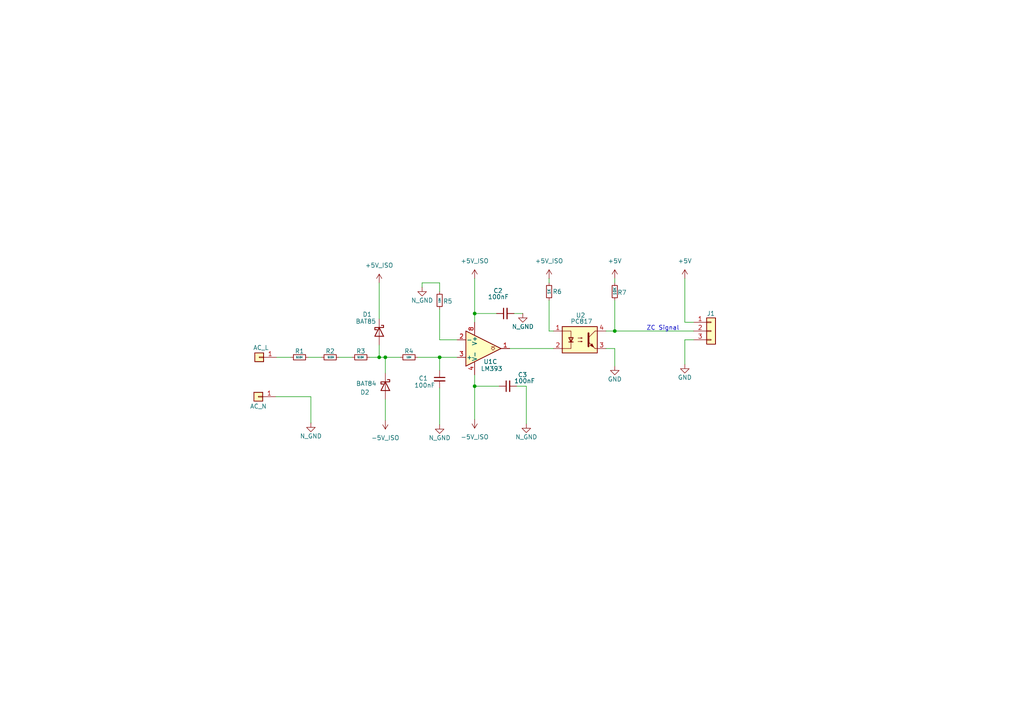
<source format=kicad_sch>
(kicad_sch (version 20231120) (generator "eeschema") (generator_version "8.0")
  (paper "A4")
  (title_block (title "Isolated Zero Crossing Detection") (rev "V1.0") (comment 1 "Design by SHEKHAR YADAV"))
  (lib_symbols
    (symbol "Comparator:LM393" (pin_names (offset 0.127))
      (property "Reference" "U" (at 3.81 3.81 0))
      (property "Value" "LM393" (at 6.35 -3.81 0))
      (symbol "LM393_1_1"
        (polyline (pts (xy -5.08 5.08) (xy 5.08 0) (xy -5.08 -5.08) (xy -5.08 5.08)) (stroke (width 0.254)) (fill (type background)))
        (polyline (pts (xy 3.302 -0.508) (xy 2.794 -0.508) (xy 3.302 0) (xy 2.794 0.508) (xy 2.286 0) (xy 2.794 -0.508) (xy 2.286 -0.508)) (stroke (width 0.127)))
        (pin open_collector line (at 7.62 0 180) (length 2.54) (name "~") (number "1"))
        (pin input line (at -7.62 -2.54 0) (length 2.54) (name "-") (number "2"))
        (pin input line (at -7.62 2.54 0) (length 2.54) (name "+") (number "3"))
      )
      (symbol "LM393_2_1"
        (polyline (pts (xy -5.08 5.08) (xy 5.08 0) (xy -5.08 -5.08) (xy -5.08 5.08)) (stroke (width 0.254)) (fill (type background)))
        (polyline (pts (xy 3.302 -0.508) (xy 2.794 -0.508) (xy 3.302 0) (xy 2.794 0.508) (xy 2.286 0) (xy 2.794 -0.508) (xy 2.286 -0.508)) (stroke (width 0.127)))
        (pin input line (at -7.62 2.54 0) (length 2.54) (name "+") (number "5"))
        (pin input line (at -7.62 -2.54 0) (length 2.54) (name "-") (number "6"))
        (pin open_collector line (at 7.62 0 180) (length 2.54) (name "~") (number "7"))
      )
      (symbol "LM393_3_1"
        (pin power_in line (at -2.54 -7.62 90) (length 3.81) (name "V-") (number "4"))
        (pin power_in line (at -2.54 7.62 270) (length 3.81) (name "V+") (number "8"))
      )
    )
    (symbol "Connector_Generic:Conn_01x01" (pin_names (offset 1.016) hide)
      (property "Reference" "J" (at 0 2.54 0))
      (property "Value" "Conn_01x01" (at 0 -2.54 0))
      (symbol "Conn_01x01_1_1"
        (rectangle (start -1.27 0.127) (end 0 -0.127) (stroke (width 0.1524)))
        (rectangle (start -1.27 1.27) (end 1.27 -1.27) (stroke (width 0.254)) (fill (type background)))
        (pin passive line (at -5.08 0 0) (length 3.81) (name "Pin_1") (number "1"))
      )
    )
    (symbol "Connector_Generic:Conn_01x03" (pin_names (offset 1.016) hide)
      (property "Reference" "J" (at 0 5.08 0))
      (property "Value" "Conn_01x03" (at 0 -5.08 0))
      (symbol "Conn_01x03_1_1"
        (rectangle (start -1.27 -2.413) (end 0 -2.667) (stroke (width 0.1524)))
        (rectangle (start -1.27 0.127) (end 0 -0.127) (stroke (width 0.1524)))
        (rectangle (start -1.27 2.667) (end 0 2.413) (stroke (width 0.1524)))
        (rectangle (start -1.27 3.81) (end 1.27 -3.81) (stroke (width 0.254)) (fill (type background)))
        (pin passive line (at -5.08 2.54 0) (length 3.81) (name "Pin_1") (number "1"))
        (pin passive line (at -5.08 0 0) (length 3.81) (name "Pin_2") (number "2"))
        (pin passive line (at -5.08 -2.54 0) (length 3.81) (name "Pin_3") (number "3"))
      )
    )
    (symbol "Device:C_Small" (pin_numbers hide) (pin_names (offset 0.254) hide)
      (property "Reference" "C" (at 0.254 1.778 0))
      (property "Value" "C_Small" (at 0.254 -2.032 0))
      (symbol "C_Small_0_1"
        (polyline (pts (xy -1.524 -0.508) (xy 1.524 -0.508)) (stroke (width 0.3302)))
        (polyline (pts (xy -1.524 0.508) (xy 1.524 0.508)) (stroke (width 0.3048)))
      )
      (symbol "C_Small_1_1"
        (pin passive line (at 0 2.54 270) (length 2.032) (name "~") (number "1"))
        (pin passive line (at 0 -2.54 90) (length 2.032) (name "~") (number "2"))
      )
    )
    (symbol "Device:R_Small" (pin_numbers hide) (pin_names (offset 0.254) hide)
      (property "Reference" "R" (at 0.762 0.508 0))
      (property "Value" "R_Small" (at 0.762 -1.016 0))
      (symbol "R_Small_0_1"
        (rectangle (start -0.762 1.778) (end 0.762 -1.778) (stroke (width 0.2032)))
      )
      (symbol "R_Small_1_1"
        (pin passive line (at 0 2.54 270) (length 0.762) (name "~") (number "1"))
        (pin passive line (at 0 -2.54 90) (length 0.762) (name "~") (number "2"))
      )
    )
    (symbol "Diode:SB120" (pin_numbers hide) (pin_names (offset 1.016) hide)
      (property "Reference" "D" (at 0 2.54 0))
      (property "Value" "SB120" (at 0 -2.54 0))
      (symbol "SB120_0_1"
        (polyline (pts (xy 1.27 0) (xy -1.27 0)))
        (polyline (pts (xy 1.27 1.27) (xy 1.27 -1.27) (xy -1.27 0) (xy 1.27 1.27)) (stroke (width 0.254)))
        (polyline (pts (xy -1.905 0.635) (xy -1.905 1.27) (xy -1.27 1.27) (xy -1.27 -1.27) (xy -0.635 -1.27) (xy -0.635 -0.635)) (stroke (width 0.254)))
      )
      (symbol "SB120_1_1"
        (pin passive line (at -3.81 0 0) (length 2.54) (name "K") (number "1"))
        (pin passive line (at 3.81 0 180) (length 2.54) (name "A") (number "2"))
      )
    )
    (symbol "Isolator:PC817" (pin_names (offset 1.016))
      (property "Reference" "U" (at -5.08 5.08 0))
      (property "Value" "PC817" (at 0 5.08 0))
      (symbol "PC817_0_1"
        (rectangle (start -5.08 3.81) (end 5.08 -3.81) (stroke (width 0.254)) (fill (type background)))
        (polyline (pts (xy -3.175 -0.635) (xy -1.905 -0.635)) (stroke (width 0.254)))
        (polyline (pts (xy 2.54 0.635) (xy 4.445 2.54)))
        (polyline (pts (xy 4.445 -2.54) (xy 2.54 -0.635)) (fill (type outline)))
        (polyline (pts (xy 4.445 -2.54) (xy 5.08 -2.54)))
        (polyline (pts (xy 4.445 2.54) (xy 5.08 2.54)))
        (polyline (pts (xy -5.08 2.54) (xy -2.54 2.54) (xy -2.54 -0.635)))
        (polyline (pts (xy -2.54 -0.635) (xy -2.54 -2.54) (xy -5.08 -2.54)))
        (polyline (pts (xy 2.54 1.905) (xy 2.54 -1.905) (xy 2.54 -1.905)) (stroke (width 0.508)))
        (polyline (pts (xy -2.54 -0.635) (xy -3.175 0.635) (xy -1.905 0.635) (xy -2.54 -0.635)) (stroke (width 0.254)))
        (polyline (pts (xy -0.508 -0.508) (xy 0.762 -0.508) (xy 0.381 -0.635) (xy 0.381 -0.381) (xy 0.762 -0.508)))
        (polyline (pts (xy -0.508 0.508) (xy 0.762 0.508) (xy 0.381 0.381) (xy 0.381 0.635) (xy 0.762 0.508)))
        (polyline (pts (xy 3.048 -1.651) (xy 3.556 -1.143) (xy 4.064 -2.159) (xy 3.048 -1.651) (xy 3.048 -1.651)) (fill (type outline)))
      )
      (symbol "PC817_1_1"
        (pin passive line (at -7.62 2.54 0) (length 2.54) (name "~") (number "1"))
        (pin passive line (at -7.62 -2.54 0) (length 2.54) (name "~") (number "2"))
        (pin passive line (at 7.62 -2.54 180) (length 2.54) (name "~") (number "3"))
        (pin passive line (at 7.62 2.54 180) (length 2.54) (name "~") (number "4"))
      )
    )
    (symbol "power:+5V" (power) (pin_numbers hide) (pin_names (offset 0) hide)
      (property "Value" "+5V" (at 0 3.556 0))
      (symbol "+5V_0_1"
        (polyline (pts (xy -0.762 1.27) (xy 0 2.54)))
        (polyline (pts (xy 0 0) (xy 0 2.54)))
        (polyline (pts (xy 0 2.54) (xy 0.762 1.27)))
      )
      (symbol "+5V_1_1"
        (pin power_in line (at 0 0 90) (length 0) (name "~") (number "1"))
      )
    )
    (symbol "power:GND" (power) (pin_numbers hide) (pin_names (offset 0) hide)
      (property "Value" "GND" (at 0 -3.81 0))
      (symbol "GND_0_1"
        (polyline (pts (xy 0 0) (xy 0 -1.27) (xy 1.27 -1.27) (xy 0 -2.54) (xy -1.27 -1.27) (xy 0 -1.27)))
      )
      (symbol "GND_1_1"
        (pin power_in line (at 0 0 270) (length 0) (name "~") (number "1"))
      )
    )
    (symbol "power:GND1" (power) (pin_numbers hide) (pin_names (offset 0) hide)
      (property "Value" "GND1" (at 0 -3.81 0))
      (symbol "GND1_0_1"
        (polyline (pts (xy 0 0) (xy 0 -1.27) (xy 1.27 -1.27) (xy 0 -2.54) (xy -1.27 -1.27) (xy 0 -1.27)))
      )
      (symbol "GND1_1_1"
        (pin power_in line (at 0 0 270) (length 0) (name "~") (number "1"))
      )
    )
  )
  (junction (at 127.508 103.632))
  (junction (at 111.76 103.632))
  (junction (at 137.668 90.932))
  (junction (at 178.308 96.012))
  (junction (at 137.668 112.014))
  (junction (at 109.982 103.632))
  (wire (pts (xy 109.982 103.632) (xy 111.76 103.632)))
  (wire (pts (xy 90.17 115.062) (xy 90.17 122.682)))
  (wire (pts (xy 127.508 82.042) (xy 122.428 82.042)))
  (wire (pts (xy 175.768 96.012) (xy 178.308 96.012)))
  (wire (pts (xy 149.098 90.932) (xy 151.638 90.932)))
  (wire (pts (xy 111.76 115.824) (xy 111.76 121.92)))
  (wire (pts (xy 111.76 103.632) (xy 116.078 103.632)))
  (wire (pts (xy 80.264 103.632) (xy 84.328 103.632)))
  (wire (pts (xy 147.828 101.092) (xy 160.528 101.092)))
  (wire (pts (xy 109.982 100.076) (xy 109.982 103.632)))
  (wire (pts (xy 80.01 115.062) (xy 90.17 115.062)))
  (wire (pts (xy 159.258 80.772) (xy 159.258 82.042)))
  (wire (pts (xy 132.588 98.552) (xy 127.508 98.552)))
  (wire (pts (xy 198.628 98.552) (xy 198.628 105.664)))
  (wire (pts (xy 178.308 80.772) (xy 178.308 82.042)))
  (wire (pts (xy 109.982 82.042) (xy 109.982 92.456)))
  (wire (pts (xy 137.668 93.472) (xy 137.668 90.932)))
  (wire (pts (xy 178.308 87.122) (xy 178.308 96.012)))
  (wire (pts (xy 160.528 96.012) (xy 159.258 96.012)))
  (wire (pts (xy 201.168 93.472) (xy 198.628 93.472)))
  (wire (pts (xy 127.508 103.632) (xy 127.508 107.442)))
  (wire (pts (xy 137.668 80.772) (xy 137.668 90.932)))
  (wire (pts (xy 89.408 103.632) (xy 93.218 103.632)))
  (wire (pts (xy 175.768 101.092) (xy 178.308 101.092)))
  (wire (pts (xy 137.668 90.932) (xy 144.018 90.932)))
  (wire (pts (xy 178.308 101.092) (xy 178.308 106.172)))
  (wire (pts (xy 98.298 103.632) (xy 102.108 103.632)))
  (wire (pts (xy 127.508 112.522) (xy 127.508 123.19)))
  (wire (pts (xy 107.188 103.632) (xy 109.982 103.632)))
  (wire (pts (xy 132.588 103.632) (xy 127.508 103.632)))
  (wire (pts (xy 137.668 112.014) (xy 144.78 112.014)))
  (wire (pts (xy 111.76 103.632) (xy 111.76 108.204)))
  (wire (pts (xy 152.654 112.014) (xy 149.86 112.014)))
  (wire (pts (xy 127.508 98.552) (xy 127.508 89.662)))
  (wire (pts (xy 152.654 122.936) (xy 152.654 112.014)))
  (wire (pts (xy 122.428 82.042) (xy 122.428 83.312)))
  (wire (pts (xy 159.258 96.012) (xy 159.258 87.122)))
  (wire (pts (xy 198.628 93.472) (xy 198.628 80.772)))
  (wire (pts (xy 201.168 98.552) (xy 198.628 98.552)))
  (wire (pts (xy 201.168 96.012) (xy 178.308 96.012)))
  (wire (pts (xy 137.668 112.014) (xy 137.668 108.712)))
  (wire (pts (xy 137.668 112.014) (xy 137.668 121.666)))
  (wire (pts (xy 127.508 103.632) (xy 121.158 103.632)))
  (wire (pts (xy 127.508 84.582) (xy 127.508 82.042)))
  (text "ZC Signal" (at 192.278 95.25 0) (effects (font (size 1.27 1.27))))
  (symbol (lib_id "Device:R_Small") (at 159.258 84.582 180) (unit 1)
    (property "Reference" "R6" (at 160.274 84.582 0) (effects (justify right)))
    (property "Value" "1K" (at 159.258 85.344 90) (effects (font (size 0.762 0.762)) (justify right)))
    (property "Description" "Resistor, small symbol" (effects (hide yes)))
  )
  (symbol (lib_id "Device:C_Small") (at 147.32 112.014 90) (unit 1)
    (property "Reference" "C3" (at 152.908 108.712 90) (effects (justify left)))
    (property "Value" "100nF" (at 155.194 110.49 90) (effects (justify left)))
    (property "Description" "Unpolarized capacitor, small symbol" (effects (hide yes)))
  )
  (symbol (lib_id "power:GND1") (at 151.638 90.932 0) (unit 1)
    (property "Reference" "#PWR04" (effects (hide yes)))
    (property "Value" "N_GND" (at 151.638 94.742 0))
    (property "Description" "Power symbol creates a global label with name \"GND1\" , ground" (effects (hide yes)))
  )
  (symbol (lib_id "power:+5V") (at 137.668 80.772 0) (unit 1)
    (property "Reference" "#PWR011" (effects (hide yes)))
    (property "Value" "+5V_ISO" (at 137.668 75.692 0))
    (property "Description" "Power symbol creates a global label with name \"+5V\"" (effects (hide yes)))
  )
  (symbol (lib_id "Device:R_Small") (at 118.618 103.632 90) (unit 1)
    (property "Reference" "R4" (at 118.618 101.854 90))
    (property "Value" "10K" (at 118.618 103.632 90) (effects (font (size 0.508 0.508))))
    (property "Description" "Resistor, small symbol" (effects (hide yes)))
  )
  (symbol (lib_id "power:GND") (at 198.628 105.664 0) (unit 1)
    (property "Reference" "#PWR09" (effects (hide yes)))
    (property "Value" "GND" (at 198.628 109.474 0))
    (property "Description" "Power symbol creates a global label with name \"GND\" , ground" (effects (hide yes)))
  )
  (symbol (lib_id "power:+5V") (at 137.668 121.666 180) (unit 1)
    (property "Reference" "#PWR012" (effects (hide yes)))
    (property "Value" "-5V_ISO" (at 137.668 126.746 0))
    (property "Description" "Power symbol creates a global label with name \"+5V\"" (effects (hide yes)))
  )
  (symbol (lib_id "Connector_Generic:Conn_01x01") (at 75.184 103.632 180) (unit 1)
    (property "Reference" "J?" (effects (hide yes)))
    (property "Value" "AC_L" (at 75.692 100.838 0))
    (property "Description" "Generic connector, single row, 01x01, script generated (kicad-library-utils/schlib/autogen/connector/)" (effects (hide yes)))
  )
  (symbol (lib_id "Isolator:PC817") (at 168.148 98.552 0) (unit 1)
    (property "Reference" "U2" (at 168.402 91.44 0))
    (property "Value" "PC817" (at 168.656 93.218 0))
    (property "Footprint" "Package_DIP:DIP-4_W7.62mm" (effects (hide yes)))
    (property "Datasheet" "http://www.soselectronic.cz/a_info/resource/d/pc817.pdf" (effects (hide yes)))
    (property "Description" "DC Optocoupler, Vce 35V, CTR 50-300%, DIP-4" (effects (hide yes)))
  )
  (symbol (lib_id "power:GND1") (at 90.17 122.682 0) (unit 1)
    (property "Reference" "#PWR01" (effects (hide yes)))
    (property "Value" "N_GND" (at 90.17 126.492 0))
    (property "Description" "Power symbol creates a global label with name \"GND1\" , ground" (effects (hide yes)))
  )
  (symbol (lib_id "power:+5V") (at 111.76 121.92 180) (unit 1)
    (property "Reference" "#PWR014" (effects (hide yes)))
    (property "Value" "-5V_ISO" (at 111.76 127 0))
    (property "Description" "Power symbol creates a global label with name \"+5V\"" (effects (hide yes)))
  )
  (symbol (lib_id "Device:R_Small") (at 95.758 103.632 90) (unit 1)
    (property "Reference" "R2" (at 95.758 101.854 90))
    (property "Value" "510K" (at 96.012 103.632 90) (effects (font (size 0.508 0.508))))
    (property "Description" "Resistor, small symbol" (effects (hide yes)))
  )
  (symbol (lib_id "power:GND1") (at 152.654 122.936 0) (unit 1)
    (property "Reference" "#PWR03" (effects (hide yes)))
    (property "Value" "N_GND" (at 152.654 126.746 0))
    (property "Description" "Power symbol creates a global label with name \"GND1\" , ground" (effects (hide yes)))
  )
  (symbol (lib_id "Connector_Generic:Conn_01x03") (at 206.248 96.012 0) (unit 1)
    (property "Reference" "J1" (at 204.978 90.932 0) (effects (justify left)))
    (property "Value" "Conn_01x03" (effects (hide yes)))
    (property "Description" "Generic connector, single row, 01x03, script generated (kicad-library-utils/schlib/autogen/connector/)" (effects (hide yes)))
  )
  (symbol (lib_id "Device:R_Small") (at 86.868 103.632 90) (unit 1)
    (property "Reference" "R1" (at 86.868 101.854 90))
    (property "Value" "510K" (at 86.868 103.632 90) (effects (font (size 0.508 0.508))))
    (property "Description" "Resistor, small symbol" (effects (hide yes)))
  )
  (symbol (lib_id "Device:C_Small") (at 146.558 90.932 90) (unit 1)
    (property "Reference" "C2" (at 145.796 84.328 90) (effects (justify left)))
    (property "Value" "100nF" (at 147.574 86.106 90) (effects (justify left)))
    (property "Description" "Unpolarized capacitor, small symbol" (effects (hide yes)))
  )
  (symbol (lib_id "Diode:SB120") (at 109.982 96.266 270) (unit 1)
    (property "Reference" "D1" (at 105.156 91.186 90) (effects (justify left)))
    (property "Value" "BAT85" (at 103.124 93.218 90) (effects (justify left)))
    (property "Footprint" "Diode_THT:D_DO-41_SOD81_P10.16mm_Horizontal" (effects (hide yes)))
    (property "Datasheet" "http://www.diodes.com/_files/datasheets/ds23022.pdf" (effects (hide yes)))
    (property "Description" "20V 1A Schottky Barrier Rectifier Diode, DO-41" (effects (hide yes)))
  )
  (symbol (lib_id "Connector_Generic:Conn_01x01") (at 74.93 115.062 180) (unit 1)
    (property "Reference" "J?" (effects (hide yes)))
    (property "Value" "AC_N" (at 74.93 117.856 0))
    (property "Description" "Generic connector, single row, 01x01, script generated (kicad-library-utils/schlib/autogen/connector/)" (effects (hide yes)))
  )
  (symbol (lib_id "power:GND1") (at 122.428 83.312 0) (unit 1)
    (property "Reference" "#PWR05" (effects (hide yes)))
    (property "Value" "N_GND" (at 122.428 87.122 0))
    (property "Description" "Power symbol creates a global label with name \"GND1\" , ground" (effects (hide yes)))
  )
  (symbol (lib_id "Comparator:LM393") (at 140.208 101.092 0) (unit 3)
    (property "Reference" "U1" (at 140.208 104.902 0) (effects (justify left)))
    (property "Value" "LM393" (at 139.446 106.934 0) (effects (justify left)))
    (property "Datasheet" "http://www.ti.com/lit/ds/symlink/lm393.pdf" (effects (hide yes)))
    (property "Description" "Low-Power, Low-Offset Voltage, Dual Comparators, DIP-8/SOIC-8/TO-99-8" (effects (hide yes)))
  )
  (symbol (lib_id "power:GND") (at 178.308 106.172 0) (unit 1)
    (property "Reference" "#PWR08" (effects (hide yes)))
    (property "Value" "GND" (at 178.308 109.982 0))
    (property "Description" "Power symbol creates a global label with name \"GND\" , ground" (effects (hide yes)))
  )
  (symbol (lib_id "power:+5V") (at 198.628 80.772 0) (unit 1)
    (property "Reference" "#PWR010" (effects (hide yes)))
    (property "Value" "+5V" (at 198.628 75.692 0))
    (property "Description" "Power symbol creates a global label with name \"+5V\"" (effects (hide yes)))
  )
  (symbol (lib_id "power:GND1") (at 127.508 123.19 0) (unit 1)
    (property "Reference" "#PWR02" (effects (hide yes)))
    (property "Value" "N_GND" (at 127.508 127 0))
    (property "Description" "Power symbol creates a global label with name \"GND1\" , ground" (effects (hide yes)))
  )
  (symbol (lib_id "Device:C_Small") (at 127.508 109.982 0) (unit 1)
    (property "Reference" "C1" (at 121.412 109.728 0) (effects (justify left)))
    (property "Value" "100nF" (at 120.142 111.76 0) (effects (justify left)))
    (property "Description" "Unpolarized capacitor, small symbol" (effects (hide yes)))
  )
  (symbol (lib_id "Device:R_Small") (at 127.508 87.122 180) (unit 1)
    (property "Reference" "R5" (at 128.524 87.376 0) (effects (justify right)))
    (property "Value" "10K" (at 127.508 87.884 90) (effects (font (size 0.508 0.508)) (justify right)))
    (property "Description" "Resistor, small symbol" (effects (hide yes)))
  )
  (symbol (lib_id "Comparator:LM393") (at 140.208 101.092 0) (mirror x) (unit 1)
    (property "Reference" "U1" (effects (hide yes)))
    (property "Value" "LM393" (effects (hide yes)))
    (property "Datasheet" "http://www.ti.com/lit/ds/symlink/lm393.pdf" (effects (hide yes)))
    (property "Description" "Low-Power, Low-Offset Voltage, Dual Comparators, DIP-8/SOIC-8/TO-99-8" (effects (hide yes)))
  )
  (symbol (lib_id "Diode:SB120") (at 111.76 112.014 270) (unit 1)
    (property "Reference" "D2" (at 107.188 113.792 90) (effects (justify right)))
    (property "Value" "BAT84" (at 109.22 111.252 90) (effects (justify right)))
    (property "Footprint" "Diode_THT:D_DO-41_SOD81_P10.16mm_Horizontal" (effects (hide yes)))
    (property "Datasheet" "http://www.diodes.com/_files/datasheets/ds23022.pdf" (effects (hide yes)))
    (property "Description" "20V 1A Schottky Barrier Rectifier Diode, DO-41" (effects (hide yes)))
  )
  (symbol (lib_id "power:+5V") (at 109.982 82.042 0) (unit 1)
    (property "Reference" "#PWR013" (effects (hide yes)))
    (property "Value" "+5V_ISO" (at 109.982 76.962 0))
    (property "Description" "Power symbol creates a global label with name \"+5V\"" (effects (hide yes)))
  )
  (symbol (lib_id "Device:R_Small") (at 178.308 84.582 180) (unit 1)
    (property "Reference" "R7" (at 179.07 84.836 0) (effects (justify right)))
    (property "Value" "10K" (at 178.308 85.598 90) (effects (font (size 0.762 0.762)) (justify right)))
    (property "Description" "Resistor, small symbol" (effects (hide yes)))
  )
  (symbol (lib_id "Device:R_Small") (at 104.648 103.632 90) (unit 1)
    (property "Reference" "R3" (at 104.648 101.854 90))
    (property "Value" "510K" (at 104.648 103.632 90) (effects (font (size 0.508 0.508))))
    (property "Description" "Resistor, small symbol" (effects (hide yes)))
  )
  (symbol (lib_id "power:+5V") (at 178.308 80.772 0) (unit 1)
    (property "Reference" "#PWR06" (effects (hide yes)))
    (property "Value" "+5V" (at 178.308 75.692 0))
    (property "Description" "Power symbol creates a global label with name \"+5V\"" (effects (hide yes)))
  )
  (symbol (lib_id "power:+5V") (at 159.258 80.772 0) (unit 1)
    (property "Reference" "#PWR07" (effects (hide yes)))
    (property "Value" "+5V_ISO" (at 159.258 75.692 0))
    (property "Description" "Power symbol creates a global label with name \"+5V\"" (effects (hide yes)))
  )
)
</source>
